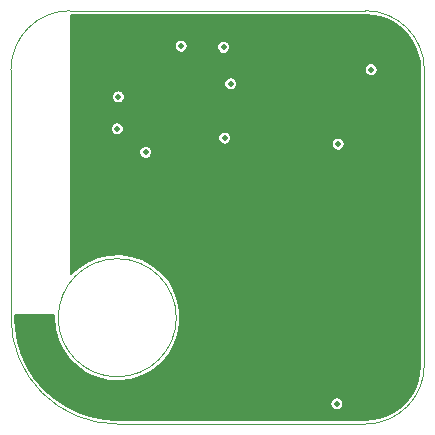
<source format=gbr>
G04 #@! TF.GenerationSoftware,KiCad,Pcbnew,(5.1.5-0-10_14)*
G04 #@! TF.CreationDate,2020-05-20T19:47:04+12:00*
G04 #@! TF.ProjectId,bluetooth-tracker,626c7565-746f-46f7-9468-2d747261636b,A*
G04 #@! TF.SameCoordinates,Original*
G04 #@! TF.FileFunction,Copper,L4,Bot*
G04 #@! TF.FilePolarity,Positive*
%FSLAX46Y46*%
G04 Gerber Fmt 4.6, Leading zero omitted, Abs format (unit mm)*
G04 Created by KiCad (PCBNEW (5.1.5-0-10_14)) date 2020-05-20 19:47:04*
%MOMM*%
%LPD*%
G04 APERTURE LIST*
%ADD10C,0.100000*%
%ADD11C,0.500000*%
%ADD12C,0.200000*%
G04 APERTURE END LIST*
D10*
X69400000Y-72000000D02*
G75*
G03X69400000Y-72000000I-5000000J0D01*
G01*
X60400000Y-46000001D02*
X85400000Y-46000001D01*
X85399999Y-81000000D02*
X64400000Y-81000000D01*
X90399999Y-76000002D02*
G75*
G02X85399999Y-81000000I-4999999J1D01*
G01*
X90400000Y-51000001D02*
X90400000Y-76000000D01*
X85400000Y-46000001D02*
G75*
G02X90400000Y-51000001I0J-5000000D01*
G01*
X55400001Y-51000001D02*
G75*
G02X60400001Y-46000001I5000000J0D01*
G01*
X55400000Y-71999999D02*
X55400000Y-51000001D01*
X64399999Y-81000000D02*
G75*
G02X55400000Y-71999999I1J9000000D01*
G01*
D11*
X60650000Y-52250000D03*
X60650000Y-51750000D03*
X65200000Y-63100000D03*
X60700000Y-50500000D03*
X67900000Y-55300000D03*
X70900000Y-55300000D03*
X70900000Y-52300000D03*
X67900000Y-52300000D03*
X63200000Y-49400000D03*
X65200000Y-51400000D03*
X72100000Y-50900000D03*
X75200000Y-55900000D03*
X66800000Y-63400000D03*
X64430000Y-56970000D03*
X64400000Y-58000000D03*
X64500000Y-55000000D03*
X73500000Y-52700000D03*
X74500000Y-52700000D03*
X65400000Y-55000000D03*
X60900000Y-56800000D03*
X60700000Y-46500000D03*
X60700000Y-47500000D03*
X60700000Y-48500000D03*
X60700000Y-49500000D03*
X60700000Y-53200000D03*
X60700000Y-57500000D03*
X60700000Y-58500000D03*
X60700000Y-59500000D03*
X60700000Y-60500000D03*
X60700000Y-61500000D03*
X60700000Y-62500000D03*
X60700000Y-63500000D03*
X60700000Y-64500000D03*
X60700000Y-65500000D03*
X60700000Y-66500000D03*
X60700000Y-67500000D03*
X58200000Y-72000000D03*
X57200000Y-72000000D03*
X56200000Y-72000000D03*
X70400000Y-62100000D03*
X71400000Y-62100000D03*
X68200000Y-59700000D03*
X83100000Y-57300000D03*
X85900000Y-51000000D03*
X69800000Y-49000000D03*
X64500000Y-53300000D03*
X64400000Y-56000000D03*
X66800000Y-58000000D03*
X73500000Y-56800000D03*
X74000000Y-52200000D03*
X83000000Y-79300000D03*
X73400000Y-49100000D03*
D12*
G36*
X86223196Y-46424860D02*
G01*
X87020374Y-46642943D01*
X87766337Y-46998750D01*
X88437496Y-47481027D01*
X89012649Y-48074538D01*
X89473606Y-48760515D01*
X89805806Y-49517287D01*
X89999387Y-50323609D01*
X90050000Y-51012834D01*
X90050001Y-75984396D01*
X89975140Y-76823199D01*
X89757057Y-77620376D01*
X89401250Y-78366338D01*
X88918975Y-79037495D01*
X88325462Y-79612650D01*
X87639483Y-80073608D01*
X86882719Y-80405803D01*
X86076391Y-80599387D01*
X85387166Y-80650000D01*
X64411602Y-80650000D01*
X63256080Y-80573249D01*
X62132261Y-80346647D01*
X61048289Y-79973406D01*
X60023194Y-79460077D01*
X59707940Y-79245830D01*
X82450000Y-79245830D01*
X82450000Y-79354170D01*
X82471136Y-79460429D01*
X82512597Y-79560523D01*
X82572787Y-79650604D01*
X82649396Y-79727213D01*
X82739477Y-79787403D01*
X82839571Y-79828864D01*
X82945830Y-79850000D01*
X83054170Y-79850000D01*
X83160429Y-79828864D01*
X83260523Y-79787403D01*
X83350604Y-79727213D01*
X83427213Y-79650604D01*
X83487403Y-79560523D01*
X83528864Y-79460429D01*
X83550000Y-79354170D01*
X83550000Y-79245830D01*
X83528864Y-79139571D01*
X83487403Y-79039477D01*
X83427213Y-78949396D01*
X83350604Y-78872787D01*
X83260523Y-78812597D01*
X83160429Y-78771136D01*
X83054170Y-78750000D01*
X82945830Y-78750000D01*
X82839571Y-78771136D01*
X82739477Y-78812597D01*
X82649396Y-78872787D01*
X82572787Y-78949396D01*
X82512597Y-79039477D01*
X82471136Y-79139571D01*
X82450000Y-79245830D01*
X59707940Y-79245830D01*
X59075004Y-78815686D01*
X58220361Y-78051547D01*
X57474292Y-77181094D01*
X56849895Y-76219606D01*
X56358151Y-75183995D01*
X56007689Y-74092437D01*
X55804348Y-72962302D01*
X55750000Y-71990227D01*
X55750000Y-71800000D01*
X59048000Y-71800000D01*
X59030000Y-72000000D01*
X59116298Y-72958851D01*
X59372419Y-73886883D01*
X59790130Y-74754269D01*
X60356006Y-75533131D01*
X61051860Y-76198435D01*
X61855325Y-76728798D01*
X62740579Y-77107173D01*
X63679167Y-77321400D01*
X64640924Y-77364593D01*
X65594937Y-77235363D01*
X66510544Y-76937864D01*
X67358317Y-76481658D01*
X68111006Y-75881408D01*
X68744421Y-75156407D01*
X69238203Y-74329956D01*
X69576481Y-73428618D01*
X69748382Y-72481363D01*
X69748382Y-71518637D01*
X69576481Y-70571382D01*
X69238203Y-69670044D01*
X68744421Y-68843593D01*
X68111006Y-68118592D01*
X67358317Y-67518342D01*
X66510544Y-67062136D01*
X65594937Y-66764637D01*
X64640924Y-66635407D01*
X63679167Y-66678600D01*
X62740579Y-66892827D01*
X61855325Y-67271202D01*
X61051860Y-67801565D01*
X60500000Y-68329197D01*
X60500000Y-57945830D01*
X66250000Y-57945830D01*
X66250000Y-58054170D01*
X66271136Y-58160429D01*
X66312597Y-58260523D01*
X66372787Y-58350604D01*
X66449396Y-58427213D01*
X66539477Y-58487403D01*
X66639571Y-58528864D01*
X66745830Y-58550000D01*
X66854170Y-58550000D01*
X66960429Y-58528864D01*
X67060523Y-58487403D01*
X67150604Y-58427213D01*
X67227213Y-58350604D01*
X67287403Y-58260523D01*
X67328864Y-58160429D01*
X67350000Y-58054170D01*
X67350000Y-57945830D01*
X67328864Y-57839571D01*
X67287403Y-57739477D01*
X67227213Y-57649396D01*
X67150604Y-57572787D01*
X67060523Y-57512597D01*
X66960429Y-57471136D01*
X66854170Y-57450000D01*
X66745830Y-57450000D01*
X66639571Y-57471136D01*
X66539477Y-57512597D01*
X66449396Y-57572787D01*
X66372787Y-57649396D01*
X66312597Y-57739477D01*
X66271136Y-57839571D01*
X66250000Y-57945830D01*
X60500000Y-57945830D01*
X60500000Y-56745830D01*
X72950000Y-56745830D01*
X72950000Y-56854170D01*
X72971136Y-56960429D01*
X73012597Y-57060523D01*
X73072787Y-57150604D01*
X73149396Y-57227213D01*
X73239477Y-57287403D01*
X73339571Y-57328864D01*
X73445830Y-57350000D01*
X73554170Y-57350000D01*
X73660429Y-57328864D01*
X73760523Y-57287403D01*
X73822741Y-57245830D01*
X82550000Y-57245830D01*
X82550000Y-57354170D01*
X82571136Y-57460429D01*
X82612597Y-57560523D01*
X82672787Y-57650604D01*
X82749396Y-57727213D01*
X82839477Y-57787403D01*
X82939571Y-57828864D01*
X83045830Y-57850000D01*
X83154170Y-57850000D01*
X83260429Y-57828864D01*
X83360523Y-57787403D01*
X83450604Y-57727213D01*
X83527213Y-57650604D01*
X83587403Y-57560523D01*
X83628864Y-57460429D01*
X83650000Y-57354170D01*
X83650000Y-57245830D01*
X83628864Y-57139571D01*
X83587403Y-57039477D01*
X83527213Y-56949396D01*
X83450604Y-56872787D01*
X83360523Y-56812597D01*
X83260429Y-56771136D01*
X83154170Y-56750000D01*
X83045830Y-56750000D01*
X82939571Y-56771136D01*
X82839477Y-56812597D01*
X82749396Y-56872787D01*
X82672787Y-56949396D01*
X82612597Y-57039477D01*
X82571136Y-57139571D01*
X82550000Y-57245830D01*
X73822741Y-57245830D01*
X73850604Y-57227213D01*
X73927213Y-57150604D01*
X73987403Y-57060523D01*
X74028864Y-56960429D01*
X74050000Y-56854170D01*
X74050000Y-56745830D01*
X74028864Y-56639571D01*
X73987403Y-56539477D01*
X73927213Y-56449396D01*
X73850604Y-56372787D01*
X73760523Y-56312597D01*
X73660429Y-56271136D01*
X73554170Y-56250000D01*
X73445830Y-56250000D01*
X73339571Y-56271136D01*
X73239477Y-56312597D01*
X73149396Y-56372787D01*
X73072787Y-56449396D01*
X73012597Y-56539477D01*
X72971136Y-56639571D01*
X72950000Y-56745830D01*
X60500000Y-56745830D01*
X60500000Y-55945830D01*
X63850000Y-55945830D01*
X63850000Y-56054170D01*
X63871136Y-56160429D01*
X63912597Y-56260523D01*
X63972787Y-56350604D01*
X64049396Y-56427213D01*
X64139477Y-56487403D01*
X64239571Y-56528864D01*
X64345830Y-56550000D01*
X64454170Y-56550000D01*
X64560429Y-56528864D01*
X64660523Y-56487403D01*
X64750604Y-56427213D01*
X64827213Y-56350604D01*
X64887403Y-56260523D01*
X64928864Y-56160429D01*
X64950000Y-56054170D01*
X64950000Y-55945830D01*
X64928864Y-55839571D01*
X64887403Y-55739477D01*
X64827213Y-55649396D01*
X64750604Y-55572787D01*
X64660523Y-55512597D01*
X64560429Y-55471136D01*
X64454170Y-55450000D01*
X64345830Y-55450000D01*
X64239571Y-55471136D01*
X64139477Y-55512597D01*
X64049396Y-55572787D01*
X63972787Y-55649396D01*
X63912597Y-55739477D01*
X63871136Y-55839571D01*
X63850000Y-55945830D01*
X60500000Y-55945830D01*
X60500000Y-53245830D01*
X63950000Y-53245830D01*
X63950000Y-53354170D01*
X63971136Y-53460429D01*
X64012597Y-53560523D01*
X64072787Y-53650604D01*
X64149396Y-53727213D01*
X64239477Y-53787403D01*
X64339571Y-53828864D01*
X64445830Y-53850000D01*
X64554170Y-53850000D01*
X64660429Y-53828864D01*
X64760523Y-53787403D01*
X64850604Y-53727213D01*
X64927213Y-53650604D01*
X64987403Y-53560523D01*
X65028864Y-53460429D01*
X65050000Y-53354170D01*
X65050000Y-53245830D01*
X65028864Y-53139571D01*
X64987403Y-53039477D01*
X64927213Y-52949396D01*
X64850604Y-52872787D01*
X64760523Y-52812597D01*
X64660429Y-52771136D01*
X64554170Y-52750000D01*
X64445830Y-52750000D01*
X64339571Y-52771136D01*
X64239477Y-52812597D01*
X64149396Y-52872787D01*
X64072787Y-52949396D01*
X64012597Y-53039477D01*
X63971136Y-53139571D01*
X63950000Y-53245830D01*
X60500000Y-53245830D01*
X60500000Y-52145830D01*
X73450000Y-52145830D01*
X73450000Y-52254170D01*
X73471136Y-52360429D01*
X73512597Y-52460523D01*
X73572787Y-52550604D01*
X73649396Y-52627213D01*
X73739477Y-52687403D01*
X73839571Y-52728864D01*
X73945830Y-52750000D01*
X74054170Y-52750000D01*
X74160429Y-52728864D01*
X74260523Y-52687403D01*
X74350604Y-52627213D01*
X74427213Y-52550604D01*
X74487403Y-52460523D01*
X74528864Y-52360429D01*
X74550000Y-52254170D01*
X74550000Y-52145830D01*
X74528864Y-52039571D01*
X74487403Y-51939477D01*
X74427213Y-51849396D01*
X74350604Y-51772787D01*
X74260523Y-51712597D01*
X74160429Y-51671136D01*
X74054170Y-51650000D01*
X73945830Y-51650000D01*
X73839571Y-51671136D01*
X73739477Y-51712597D01*
X73649396Y-51772787D01*
X73572787Y-51849396D01*
X73512597Y-51939477D01*
X73471136Y-52039571D01*
X73450000Y-52145830D01*
X60500000Y-52145830D01*
X60500000Y-50945830D01*
X85350000Y-50945830D01*
X85350000Y-51054170D01*
X85371136Y-51160429D01*
X85412597Y-51260523D01*
X85472787Y-51350604D01*
X85549396Y-51427213D01*
X85639477Y-51487403D01*
X85739571Y-51528864D01*
X85845830Y-51550000D01*
X85954170Y-51550000D01*
X86060429Y-51528864D01*
X86160523Y-51487403D01*
X86250604Y-51427213D01*
X86327213Y-51350604D01*
X86387403Y-51260523D01*
X86428864Y-51160429D01*
X86450000Y-51054170D01*
X86450000Y-50945830D01*
X86428864Y-50839571D01*
X86387403Y-50739477D01*
X86327213Y-50649396D01*
X86250604Y-50572787D01*
X86160523Y-50512597D01*
X86060429Y-50471136D01*
X85954170Y-50450000D01*
X85845830Y-50450000D01*
X85739571Y-50471136D01*
X85639477Y-50512597D01*
X85549396Y-50572787D01*
X85472787Y-50649396D01*
X85412597Y-50739477D01*
X85371136Y-50839571D01*
X85350000Y-50945830D01*
X60500000Y-50945830D01*
X60500000Y-48945830D01*
X69250000Y-48945830D01*
X69250000Y-49054170D01*
X69271136Y-49160429D01*
X69312597Y-49260523D01*
X69372787Y-49350604D01*
X69449396Y-49427213D01*
X69539477Y-49487403D01*
X69639571Y-49528864D01*
X69745830Y-49550000D01*
X69854170Y-49550000D01*
X69960429Y-49528864D01*
X70060523Y-49487403D01*
X70150604Y-49427213D01*
X70227213Y-49350604D01*
X70287403Y-49260523D01*
X70328864Y-49160429D01*
X70350000Y-49054170D01*
X70350000Y-49045830D01*
X72850000Y-49045830D01*
X72850000Y-49154170D01*
X72871136Y-49260429D01*
X72912597Y-49360523D01*
X72972787Y-49450604D01*
X73049396Y-49527213D01*
X73139477Y-49587403D01*
X73239571Y-49628864D01*
X73345830Y-49650000D01*
X73454170Y-49650000D01*
X73560429Y-49628864D01*
X73660523Y-49587403D01*
X73750604Y-49527213D01*
X73827213Y-49450604D01*
X73887403Y-49360523D01*
X73928864Y-49260429D01*
X73950000Y-49154170D01*
X73950000Y-49045830D01*
X73928864Y-48939571D01*
X73887403Y-48839477D01*
X73827213Y-48749396D01*
X73750604Y-48672787D01*
X73660523Y-48612597D01*
X73560429Y-48571136D01*
X73454170Y-48550000D01*
X73345830Y-48550000D01*
X73239571Y-48571136D01*
X73139477Y-48612597D01*
X73049396Y-48672787D01*
X72972787Y-48749396D01*
X72912597Y-48839477D01*
X72871136Y-48939571D01*
X72850000Y-49045830D01*
X70350000Y-49045830D01*
X70350000Y-48945830D01*
X70328864Y-48839571D01*
X70287403Y-48739477D01*
X70227213Y-48649396D01*
X70150604Y-48572787D01*
X70060523Y-48512597D01*
X69960429Y-48471136D01*
X69854170Y-48450000D01*
X69745830Y-48450000D01*
X69639571Y-48471136D01*
X69539477Y-48512597D01*
X69449396Y-48572787D01*
X69372787Y-48649396D01*
X69312597Y-48739477D01*
X69271136Y-48839571D01*
X69250000Y-48945830D01*
X60500000Y-48945830D01*
X60500000Y-46350001D01*
X85384417Y-46350001D01*
X86223196Y-46424860D01*
G37*
X86223196Y-46424860D02*
X87020374Y-46642943D01*
X87766337Y-46998750D01*
X88437496Y-47481027D01*
X89012649Y-48074538D01*
X89473606Y-48760515D01*
X89805806Y-49517287D01*
X89999387Y-50323609D01*
X90050000Y-51012834D01*
X90050001Y-75984396D01*
X89975140Y-76823199D01*
X89757057Y-77620376D01*
X89401250Y-78366338D01*
X88918975Y-79037495D01*
X88325462Y-79612650D01*
X87639483Y-80073608D01*
X86882719Y-80405803D01*
X86076391Y-80599387D01*
X85387166Y-80650000D01*
X64411602Y-80650000D01*
X63256080Y-80573249D01*
X62132261Y-80346647D01*
X61048289Y-79973406D01*
X60023194Y-79460077D01*
X59707940Y-79245830D01*
X82450000Y-79245830D01*
X82450000Y-79354170D01*
X82471136Y-79460429D01*
X82512597Y-79560523D01*
X82572787Y-79650604D01*
X82649396Y-79727213D01*
X82739477Y-79787403D01*
X82839571Y-79828864D01*
X82945830Y-79850000D01*
X83054170Y-79850000D01*
X83160429Y-79828864D01*
X83260523Y-79787403D01*
X83350604Y-79727213D01*
X83427213Y-79650604D01*
X83487403Y-79560523D01*
X83528864Y-79460429D01*
X83550000Y-79354170D01*
X83550000Y-79245830D01*
X83528864Y-79139571D01*
X83487403Y-79039477D01*
X83427213Y-78949396D01*
X83350604Y-78872787D01*
X83260523Y-78812597D01*
X83160429Y-78771136D01*
X83054170Y-78750000D01*
X82945830Y-78750000D01*
X82839571Y-78771136D01*
X82739477Y-78812597D01*
X82649396Y-78872787D01*
X82572787Y-78949396D01*
X82512597Y-79039477D01*
X82471136Y-79139571D01*
X82450000Y-79245830D01*
X59707940Y-79245830D01*
X59075004Y-78815686D01*
X58220361Y-78051547D01*
X57474292Y-77181094D01*
X56849895Y-76219606D01*
X56358151Y-75183995D01*
X56007689Y-74092437D01*
X55804348Y-72962302D01*
X55750000Y-71990227D01*
X55750000Y-71800000D01*
X59048000Y-71800000D01*
X59030000Y-72000000D01*
X59116298Y-72958851D01*
X59372419Y-73886883D01*
X59790130Y-74754269D01*
X60356006Y-75533131D01*
X61051860Y-76198435D01*
X61855325Y-76728798D01*
X62740579Y-77107173D01*
X63679167Y-77321400D01*
X64640924Y-77364593D01*
X65594937Y-77235363D01*
X66510544Y-76937864D01*
X67358317Y-76481658D01*
X68111006Y-75881408D01*
X68744421Y-75156407D01*
X69238203Y-74329956D01*
X69576481Y-73428618D01*
X69748382Y-72481363D01*
X69748382Y-71518637D01*
X69576481Y-70571382D01*
X69238203Y-69670044D01*
X68744421Y-68843593D01*
X68111006Y-68118592D01*
X67358317Y-67518342D01*
X66510544Y-67062136D01*
X65594937Y-66764637D01*
X64640924Y-66635407D01*
X63679167Y-66678600D01*
X62740579Y-66892827D01*
X61855325Y-67271202D01*
X61051860Y-67801565D01*
X60500000Y-68329197D01*
X60500000Y-57945830D01*
X66250000Y-57945830D01*
X66250000Y-58054170D01*
X66271136Y-58160429D01*
X66312597Y-58260523D01*
X66372787Y-58350604D01*
X66449396Y-58427213D01*
X66539477Y-58487403D01*
X66639571Y-58528864D01*
X66745830Y-58550000D01*
X66854170Y-58550000D01*
X66960429Y-58528864D01*
X67060523Y-58487403D01*
X67150604Y-58427213D01*
X67227213Y-58350604D01*
X67287403Y-58260523D01*
X67328864Y-58160429D01*
X67350000Y-58054170D01*
X67350000Y-57945830D01*
X67328864Y-57839571D01*
X67287403Y-57739477D01*
X67227213Y-57649396D01*
X67150604Y-57572787D01*
X67060523Y-57512597D01*
X66960429Y-57471136D01*
X66854170Y-57450000D01*
X66745830Y-57450000D01*
X66639571Y-57471136D01*
X66539477Y-57512597D01*
X66449396Y-57572787D01*
X66372787Y-57649396D01*
X66312597Y-57739477D01*
X66271136Y-57839571D01*
X66250000Y-57945830D01*
X60500000Y-57945830D01*
X60500000Y-56745830D01*
X72950000Y-56745830D01*
X72950000Y-56854170D01*
X72971136Y-56960429D01*
X73012597Y-57060523D01*
X73072787Y-57150604D01*
X73149396Y-57227213D01*
X73239477Y-57287403D01*
X73339571Y-57328864D01*
X73445830Y-57350000D01*
X73554170Y-57350000D01*
X73660429Y-57328864D01*
X73760523Y-57287403D01*
X73822741Y-57245830D01*
X82550000Y-57245830D01*
X82550000Y-57354170D01*
X82571136Y-57460429D01*
X82612597Y-57560523D01*
X82672787Y-57650604D01*
X82749396Y-57727213D01*
X82839477Y-57787403D01*
X82939571Y-57828864D01*
X83045830Y-57850000D01*
X83154170Y-57850000D01*
X83260429Y-57828864D01*
X83360523Y-57787403D01*
X83450604Y-57727213D01*
X83527213Y-57650604D01*
X83587403Y-57560523D01*
X83628864Y-57460429D01*
X83650000Y-57354170D01*
X83650000Y-57245830D01*
X83628864Y-57139571D01*
X83587403Y-57039477D01*
X83527213Y-56949396D01*
X83450604Y-56872787D01*
X83360523Y-56812597D01*
X83260429Y-56771136D01*
X83154170Y-56750000D01*
X83045830Y-56750000D01*
X82939571Y-56771136D01*
X82839477Y-56812597D01*
X82749396Y-56872787D01*
X82672787Y-56949396D01*
X82612597Y-57039477D01*
X82571136Y-57139571D01*
X82550000Y-57245830D01*
X73822741Y-57245830D01*
X73850604Y-57227213D01*
X73927213Y-57150604D01*
X73987403Y-57060523D01*
X74028864Y-56960429D01*
X74050000Y-56854170D01*
X74050000Y-56745830D01*
X74028864Y-56639571D01*
X73987403Y-56539477D01*
X73927213Y-56449396D01*
X73850604Y-56372787D01*
X73760523Y-56312597D01*
X73660429Y-56271136D01*
X73554170Y-56250000D01*
X73445830Y-56250000D01*
X73339571Y-56271136D01*
X73239477Y-56312597D01*
X73149396Y-56372787D01*
X73072787Y-56449396D01*
X73012597Y-56539477D01*
X72971136Y-56639571D01*
X72950000Y-56745830D01*
X60500000Y-56745830D01*
X60500000Y-55945830D01*
X63850000Y-55945830D01*
X63850000Y-56054170D01*
X63871136Y-56160429D01*
X63912597Y-56260523D01*
X63972787Y-56350604D01*
X64049396Y-56427213D01*
X64139477Y-56487403D01*
X64239571Y-56528864D01*
X64345830Y-56550000D01*
X64454170Y-56550000D01*
X64560429Y-56528864D01*
X64660523Y-56487403D01*
X64750604Y-56427213D01*
X64827213Y-56350604D01*
X64887403Y-56260523D01*
X64928864Y-56160429D01*
X64950000Y-56054170D01*
X64950000Y-55945830D01*
X64928864Y-55839571D01*
X64887403Y-55739477D01*
X64827213Y-55649396D01*
X64750604Y-55572787D01*
X64660523Y-55512597D01*
X64560429Y-55471136D01*
X64454170Y-55450000D01*
X64345830Y-55450000D01*
X64239571Y-55471136D01*
X64139477Y-55512597D01*
X64049396Y-55572787D01*
X63972787Y-55649396D01*
X63912597Y-55739477D01*
X63871136Y-55839571D01*
X63850000Y-55945830D01*
X60500000Y-55945830D01*
X60500000Y-53245830D01*
X63950000Y-53245830D01*
X63950000Y-53354170D01*
X63971136Y-53460429D01*
X64012597Y-53560523D01*
X64072787Y-53650604D01*
X64149396Y-53727213D01*
X64239477Y-53787403D01*
X64339571Y-53828864D01*
X64445830Y-53850000D01*
X64554170Y-53850000D01*
X64660429Y-53828864D01*
X64760523Y-53787403D01*
X64850604Y-53727213D01*
X64927213Y-53650604D01*
X64987403Y-53560523D01*
X65028864Y-53460429D01*
X65050000Y-53354170D01*
X65050000Y-53245830D01*
X65028864Y-53139571D01*
X64987403Y-53039477D01*
X64927213Y-52949396D01*
X64850604Y-52872787D01*
X64760523Y-52812597D01*
X64660429Y-52771136D01*
X64554170Y-52750000D01*
X64445830Y-52750000D01*
X64339571Y-52771136D01*
X64239477Y-52812597D01*
X64149396Y-52872787D01*
X64072787Y-52949396D01*
X64012597Y-53039477D01*
X63971136Y-53139571D01*
X63950000Y-53245830D01*
X60500000Y-53245830D01*
X60500000Y-52145830D01*
X73450000Y-52145830D01*
X73450000Y-52254170D01*
X73471136Y-52360429D01*
X73512597Y-52460523D01*
X73572787Y-52550604D01*
X73649396Y-52627213D01*
X73739477Y-52687403D01*
X73839571Y-52728864D01*
X73945830Y-52750000D01*
X74054170Y-52750000D01*
X74160429Y-52728864D01*
X74260523Y-52687403D01*
X74350604Y-52627213D01*
X74427213Y-52550604D01*
X74487403Y-52460523D01*
X74528864Y-52360429D01*
X74550000Y-52254170D01*
X74550000Y-52145830D01*
X74528864Y-52039571D01*
X74487403Y-51939477D01*
X74427213Y-51849396D01*
X74350604Y-51772787D01*
X74260523Y-51712597D01*
X74160429Y-51671136D01*
X74054170Y-51650000D01*
X73945830Y-51650000D01*
X73839571Y-51671136D01*
X73739477Y-51712597D01*
X73649396Y-51772787D01*
X73572787Y-51849396D01*
X73512597Y-51939477D01*
X73471136Y-52039571D01*
X73450000Y-52145830D01*
X60500000Y-52145830D01*
X60500000Y-50945830D01*
X85350000Y-50945830D01*
X85350000Y-51054170D01*
X85371136Y-51160429D01*
X85412597Y-51260523D01*
X85472787Y-51350604D01*
X85549396Y-51427213D01*
X85639477Y-51487403D01*
X85739571Y-51528864D01*
X85845830Y-51550000D01*
X85954170Y-51550000D01*
X86060429Y-51528864D01*
X86160523Y-51487403D01*
X86250604Y-51427213D01*
X86327213Y-51350604D01*
X86387403Y-51260523D01*
X86428864Y-51160429D01*
X86450000Y-51054170D01*
X86450000Y-50945830D01*
X86428864Y-50839571D01*
X86387403Y-50739477D01*
X86327213Y-50649396D01*
X86250604Y-50572787D01*
X86160523Y-50512597D01*
X86060429Y-50471136D01*
X85954170Y-50450000D01*
X85845830Y-50450000D01*
X85739571Y-50471136D01*
X85639477Y-50512597D01*
X85549396Y-50572787D01*
X85472787Y-50649396D01*
X85412597Y-50739477D01*
X85371136Y-50839571D01*
X85350000Y-50945830D01*
X60500000Y-50945830D01*
X60500000Y-48945830D01*
X69250000Y-48945830D01*
X69250000Y-49054170D01*
X69271136Y-49160429D01*
X69312597Y-49260523D01*
X69372787Y-49350604D01*
X69449396Y-49427213D01*
X69539477Y-49487403D01*
X69639571Y-49528864D01*
X69745830Y-49550000D01*
X69854170Y-49550000D01*
X69960429Y-49528864D01*
X70060523Y-49487403D01*
X70150604Y-49427213D01*
X70227213Y-49350604D01*
X70287403Y-49260523D01*
X70328864Y-49160429D01*
X70350000Y-49054170D01*
X70350000Y-49045830D01*
X72850000Y-49045830D01*
X72850000Y-49154170D01*
X72871136Y-49260429D01*
X72912597Y-49360523D01*
X72972787Y-49450604D01*
X73049396Y-49527213D01*
X73139477Y-49587403D01*
X73239571Y-49628864D01*
X73345830Y-49650000D01*
X73454170Y-49650000D01*
X73560429Y-49628864D01*
X73660523Y-49587403D01*
X73750604Y-49527213D01*
X73827213Y-49450604D01*
X73887403Y-49360523D01*
X73928864Y-49260429D01*
X73950000Y-49154170D01*
X73950000Y-49045830D01*
X73928864Y-48939571D01*
X73887403Y-48839477D01*
X73827213Y-48749396D01*
X73750604Y-48672787D01*
X73660523Y-48612597D01*
X73560429Y-48571136D01*
X73454170Y-48550000D01*
X73345830Y-48550000D01*
X73239571Y-48571136D01*
X73139477Y-48612597D01*
X73049396Y-48672787D01*
X72972787Y-48749396D01*
X72912597Y-48839477D01*
X72871136Y-48939571D01*
X72850000Y-49045830D01*
X70350000Y-49045830D01*
X70350000Y-48945830D01*
X70328864Y-48839571D01*
X70287403Y-48739477D01*
X70227213Y-48649396D01*
X70150604Y-48572787D01*
X70060523Y-48512597D01*
X69960429Y-48471136D01*
X69854170Y-48450000D01*
X69745830Y-48450000D01*
X69639571Y-48471136D01*
X69539477Y-48512597D01*
X69449396Y-48572787D01*
X69372787Y-48649396D01*
X69312597Y-48739477D01*
X69271136Y-48839571D01*
X69250000Y-48945830D01*
X60500000Y-48945830D01*
X60500000Y-46350001D01*
X85384417Y-46350001D01*
X86223196Y-46424860D01*
M02*

</source>
